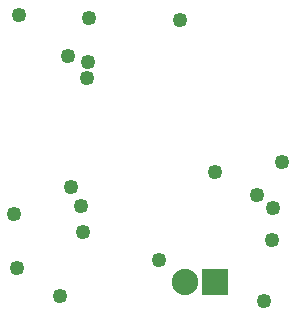
<source format=gbs>
G04 MADE WITH FRITZING*
G04 WWW.FRITZING.ORG*
G04 DOUBLE SIDED*
G04 HOLES PLATED*
G04 CONTOUR ON CENTER OF CONTOUR VECTOR*
%ASAXBY*%
%FSLAX23Y23*%
%MOIN*%
%OFA0B0*%
%SFA1.0B1.0*%
%ADD10C,0.088000*%
%ADD11C,0.049370*%
%ADD12R,0.088000X0.088000*%
%LNMASK0*%
G90*
G70*
G54D10*
X755Y129D03*
X655Y129D03*
G54D11*
X638Y1002D03*
X757Y496D03*
X978Y529D03*
X948Y375D03*
X897Y419D03*
X274Y445D03*
X947Y268D03*
X308Y382D03*
X317Y296D03*
X336Y1009D03*
X264Y883D03*
X330Y808D03*
X101Y1020D03*
X331Y864D03*
X238Y82D03*
X96Y175D03*
X918Y66D03*
X570Y202D03*
X87Y357D03*
G54D12*
X755Y129D03*
G04 End of Mask0*
M02*
</source>
